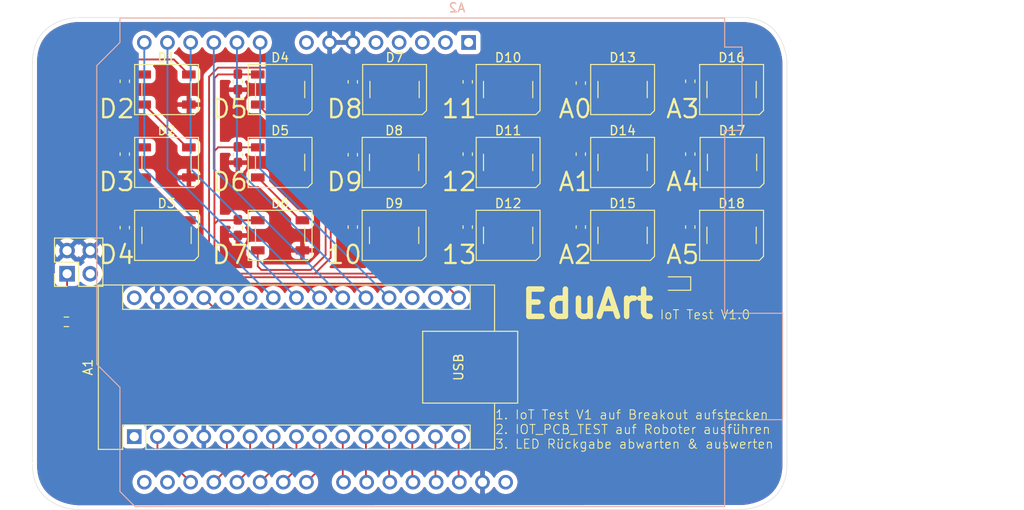
<source format=kicad_pcb>
(kicad_pcb (version 20241229) (generator "pcbnew") (generator_version "9.0")
  (layers (0 "F.Cu" signal) (2 "B.Cu" signal) (13 "F.Paste" user) (15 "B.Paste" user) (5 "F.SilkS" user "F.Silkscreen") (7 "B.SilkS" user "B.Silkscreen") (1 "F.Mask" user) (3 "B.Mask" user) (25 "Edge.Cuts" user))
  (net 0 "")
  (net 1 "GND")
  (net 2 "Net-(A1-D2)")
  (net 3 "Net-(A1-SCK)")
  (net 4 "Net-(A1-D5)")
  (net 5 "Net-(A1-D4)")
  (net 6 "Net-(A1-A0)")
  (net 12 "+5V")
  (net 14 "Net-(A1-D6)")
  (net 15 "Net-(A1-A3)")
  (net 16 "Net-(A1-D10)")
  (net 17 "Net-(A1-A1)")
  (net 18 "Net-(A1-SCL{slash}A5)")
  (net 19 "Net-(A1-D3)")
  (net 20 "Net-(A1-D7)")
  (net 21 "Net-(A1-MOSI)")
  (net 22 "Net-(A1-A2)")
  (net 23 "Net-(A1-RX1)")
  (net 24 "Net-(A1-MISO)")
  (net 25 "Net-(A1-D8)")
  (net 28 "Net-(A1-D9)")
  (net 29 "Net-(A1-SDA{slash}A4)")
  (net 39 "Net-(D1-DOUT)")
  (net 40 "Net-(D2-DOUT)")
  (net 41 "Net-(D3-DOUT)")
  (net 42 "Net-(D4-DOUT)")
  (net 43 "Net-(D5-DOUT)")
  (net 44 "Net-(D6-DOUT)")
  (net 45 "Net-(D7-DOUT)")
  (net 46 "Net-(D8-DOUT)")
  (net 47 "Net-(D10-DIN)")
  (net 48 "Net-(D10-DOUT)")
  (net 49 "Net-(D11-DOUT)")
  (net 50 "Net-(D12-DOUT)")
  (net 51 "Net-(D13-DOUT)")
  (net 52 "Net-(D14-DOUT)")
  (net 53 "Net-(D15-DOUT)")
  (net 54 "Net-(D16-DOUT)")
  (net 55 "Net-(D17-DOUT)")
  (net 57 "Net-(D19-K)")
  (net 58 "Net-(D19-A)")
  (footprint "Capacitor_SMD:C_0603_1608Metric_Pad1.08x0.95mm_HandSolder" (layer "F.Cu") (at 91 52.0625 -90)
    (property "Reference" "C10" (hide yes))
    (property "Value" "C")
  )
  (footprint "LED_SMD:LED_WS2812B_PLCC4_5.0x5.0mm_P3.2mm" (layer "F.Cu") (at 119.928749 52.9075)
    (property "Reference" "D16")
    (property "Value" "WS2812B" (hide yes))
  )
  (footprint "LED_SMD:LED_WS2812B_PLCC4_5.0x5.0mm_P3.2mm" (layer "F.Cu") (at 119.928749 68.9075)
    (property "Reference" "D18")
    (property "Value" "WS2812B" (hide yes))
  )
  (footprint "LED_SMD:LED_WS2812B_PLCC4_5.0x5.0mm_P3.2mm" (layer "F.Cu") (at 70.428749 52.9075)
    (property "Reference" "D4")
    (property "Value" "WS2812B" (hide yes))
  )
  (footprint "LED_SMD:LED_WS2812B_PLCC4_5.0x5.0mm_P3.2mm" (layer "F.Cu") (at 82.928749 60.9075)
    (property "Reference" "D8")
    (property "Value" "WS2812B" (hide yes))
  )
  (footprint "Capacitor_SMD:C_0603_1608Metric_Pad1.08x0.95mm_HandSolder" (layer "F.Cu") (at 91 60 -90)
    (property "Reference" "C11" (hide yes))
    (property "Value" "C")
  )
  (footprint "LED_SMD:LED_WS2812B_PLCC4_5.0x5.0mm_P3.2mm" (layer "F.Cu") (at 82.978749 52.9075)
    (property "Reference" "D7")
    (property "Value" "WS2812B" (hide yes))
  )
  (footprint "Capacitor_SMD:C_0603_1608Metric_Pad1.08x0.95mm_HandSolder" (layer "F.Cu") (at 103.4 68 -90)
    (property "Reference" "C15" (hide yes))
    (property "Value" "C")
  )
  (footprint "Capacitor_SMD:C_0603_1608Metric_Pad1.08x0.95mm_HandSolder" (layer "F.Cu") (at 115.4 52 -90)
    (property "Reference" "C16" (hide yes))
    (property "Value" "C")
  )
  (footprint "Capacitor_SMD:C_0603_1608Metric_Pad1.08x0.95mm_HandSolder" (layer "F.Cu") (at 53.4 52 -90)
    (property "Reference" "C1" (hide yes))
    (property "Value" "C")
  )
  (footprint "Capacitor_SMD:C_0603_1608Metric_Pad1.08x0.95mm_HandSolder" (layer "F.Cu") (at 65.8 60.0625 -90)
    (property "Reference" "C5" (hide yes))
    (property "Value" "C")
  )
  (footprint "LED_SMD:LED_WS2812B_PLCC4_5.0x5.0mm_P3.2mm" (layer "F.Cu") (at 119.978749 60.9075)
    (property "Reference" "D17")
    (property "Value" "WS2812B" (hide yes))
  )
  (footprint "LED_SMD:LED_WS2812B_PLCC4_5.0x5.0mm_P3.2mm" (layer "F.Cu") (at 95.428749 68.9075)
    (property "Reference" "D12")
    (property "Value" "WS2812B" (hide yes))
  )
  (footprint "LED_SMD:LED_WS2812B_PLCC4_5.0x5.0mm_P3.2mm" (layer "F.Cu") (at 107.978749 52.9075)
    (property "Reference" "D13")
    (property "Value" "WS2812B" (hide yes))
  )
  (footprint "Connector_PinHeader_2.54mm:PinHeader_2x02_P2.54mm_Vertical" (layer "F.Cu") (at 47.075 73.125 90)
    (property "Reference" "J1" (hide yes))
    (property "Value" "Conn_02x02_Odd_Even")
  )
  (footprint "LED_SMD:LED_WS2812B_PLCC4_5.0x5.0mm_P3.2mm" (layer "F.Cu") (at 57.978749 52.9075)
    (property "Reference" "D1")
    (property "Value" "WS2812B" (hide yes))
  )
  (footprint "LED_SMD:LED_WS2812B_PLCC4_5.0x5.0mm_P3.2mm" (layer "F.Cu") (at 95.428749 60.9075)
    (property "Reference" "D11")
    (property "Value" "WS2812B" (hide yes))
  )
  (footprint "Capacitor_SMD:C_0603_1608Metric_Pad1.08x0.95mm_HandSolder" (layer "F.Cu") (at 53.4 68.0625 -90)
    (property "Reference" "C3" (hide yes))
    (property "Value" "C")
  )
  (footprint "Capacitor_SMD:C_0603_1608Metric_Pad1.08x0.95mm_HandSolder" (layer "F.Cu") (at 103.4 60 -90)
    (property "Reference" "C14" (hide yes))
    (property "Value" "C")
  )
  (footprint "Capacitor_SMD:C_0603_1608Metric_Pad1.08x0.95mm_HandSolder" (layer "F.Cu") (at 78.4 52.0625 -90)
    (property "Reference" "C7" (hide yes))
    (property "Value" "C")
  )
  (footprint "Resistor_SMD:R_0603_1608Metric_Pad0.98x0.95mm_HandSolder" (layer "F.Cu") (at 47 78.4)
    (property "Reference" "R1" (hide yes))
    (property "Value" "R" (hide yes))
  )
  (footprint "Capacitor_SMD:C_0603_1608Metric_Pad1.08x0.95mm_HandSolder" (layer "F.Cu") (at 115.4 60 -90)
    (property "Reference" "C17" (hide yes))
    (property "Value" "C")
  )
  (footprint "LED_SMD:LED_WS2812B_PLCC4_5.0x5.0mm_P3.2mm" (layer "F.Cu") (at 107.978749 60.9075)
    (property "Reference" "D14")
    (property "Value" "WS2812B" (hide yes))
  )
  (footprint "LED_SMD:LED_0603_1608Metric_Pad1.05x0.95mm_HandSolder" (layer "F.Cu") (at 113.785 74.2 180)
    (property "Reference" "D19" (hide yes))
    (property "Value" "LED" (hide yes))
  )
  (footprint "LED_SMD:LED_WS2812B_PLCC4_5.0x5.0mm_P3.2mm" (layer "F.Cu") (at 95.428749 52.9075)
    (property "Reference" "D10")
    (property "Value" "WS2812B" (hide yes))
  )
  (footprint "LED_SMD:LED_WS2812B_PLCC4_5.0x5.0mm_P3.2mm" (layer "F.Cu") (at 57.978749 60.9075)
    (property "Reference" "D2")
    (property "Value" "WS2812B" (hide yes))
  )
  (footprint "LED_SMD:LED_WS2812B_PLCC4_5.0x5.0mm_P3.2mm" (layer "F.Cu") (at 82.928749 68.9075)
    (property "Reference" "D9")
    (property "Value" "WS2812B" (hide yes))
  )
  (footprint "Capacitor_SMD:C_0603_1608Metric_Pad1.08x0.95mm_HandSolder" (layer "F.Cu") (at 91 68 -90)
    (property "Reference" "C12" (hide yes))
    (property "Value" "C")
  )
  (footprint "Capacitor_SMD:C_0603_1608Metric_Pad1.08x0.95mm_HandSolder" (layer "F.Cu") (at 103.4 52.2 -90)
    (property "Reference" "C13" (hide yes))
    (property "Value" "C")
  )
  (footprint "LED_SMD:LED_WS2812B_PLCC4_5.0x5.0mm_P3.2mm" (layer "F.Cu") (at 70.428749 68.9075)
    (property "Reference" "D6")
    (property "Value" "WS2812B" (hide yes))
  )
  (footprint "Module:Arduino_Nano" (layer "F.Cu") (at 54.44 91 90)
    (property "Reference" "A1")
    (property "Value" "Arduino_Nano_Every")
  )
  (footprint "Capacitor_SMD:C_0603_1608Metric_Pad1.08x0.95mm_HandSolder" (layer "F.Cu") (at 78.4 68 -90)
    (property "Reference" "C9" (hide yes))
    (property "Value" "C")
  )
  (footprint "Capacitor_SMD:C_0603_1608Metric_Pad1.08x0.95mm_HandSolder" (layer "F.Cu") (at 65.8 52.0625 -90)
    (property "Reference" "C4" (hide yes))
    (property "Value" "C" (hide yes))
  )
  (footprint "LED_SMD:LED_WS2812B_PLCC4_5.0x5.0mm_P3.2mm" (layer "F.Cu") (at 107.978749 68.9075)
    (property "Reference" "D15")
    (property "Value" "WS2812B" (hide yes))
  )
  (footprint "LED_SMD:LED_WS2812B_PLCC4_5.0x5.0mm_P3.2mm" (layer "F.Cu") (at 57.978749 68.9075)
    (property "Reference" "D3")
    (property "Value" "WS2812B" (hide yes))
  )
  (footprint "LED_SMD:LED_WS2812B_PLCC4_5.0x5.0mm_P3.2mm" (layer "F.Cu") (at 70.428749 60.9075)
    (property "Reference" "D5")
    (property "Value" "WS2812B" (hide yes))
  )
  (footprint "Capacitor_SMD:C_0603_1608Metric_Pad1.08x0.95mm_HandSolder" (layer "F.Cu") (at 115.4 68 -90)
    (property "Reference" "C18" (hide yes))
    (property "Value" "C")
  )
  (footprint "Capacitor_SMD:C_0603_1608Metric_Pad1.08x0.95mm_HandSolder" (layer "F.Cu") (at 65.8 68.0625 -90)
    (property "Reference" "C6" (hide yes))
    (property "Value" "C")
  )
  (footprint "Capacitor_SMD:C_0603_1608Metric_Pad1.08x0.95mm_HandSolder" (layer "F.Cu") (at 53.4 60 -90)
    (property "Reference" "C2" (hide yes))
    (property "Value" "C")
  )
  (footprint "Capacitor_SMD:C_0603_1608Metric_Pad1.08x0.95mm_HandSolder" (layer "F.Cu") (at 78.4 60.0625 -90)
    (property "Reference" "C8" (hide yes))
    (property "Value" "C")
  )
  (footprint "Module:Arduino_UNO_R2" (layer "B.Cu") (at 91.1 47.74 180)
    (property "Reference" "A2")
    (property "Value" "Arduino_UNO_R2")
  )
  (gr_curve (pts (xy 43.28 94.023149) (xy 43.28 99.023149) (xy 48.28 99.023149) (xy 48.28 99.023149)) (stroke (width 0.05)) (layer "Edge.Cuts"))
  (gr_curve (pts (xy 43.28 50) (xy 43.28 45) (xy 48.28 44.989079) (xy 48.28 45)) (stroke (width 0.05)) (layer "Edge.Cuts"))
  (gr_line (start 43.28 93.855) (end 43.28 49.855) (stroke (width 0.05)) (layer "Edge.Cuts"))
  (gr_curve (pts (xy 121 45) (xy 126 45) (xy 126 50) (xy 126 50)) (stroke (width 0.05)) (layer "Edge.Cuts"))
  (gr_curve (pts (xy 126 94) (xy 126 99) (xy 121 99) (xy 121 99)) (stroke (width 0.05)) (layer "Edge.Cuts"))
  (gr_line (start 48.28 45) (end 121 45) (stroke (width 0.05)) (layer "Edge.Cuts"))
  (gr_line (start 126 50) (end 126 94) (stroke (width 0.05)) (layer "Edge.Cuts"))
  (gr_line (start 121 99) (end 48.28 99.023149) (stroke (width 0.05)) (layer "Edge.Cuts"))
  (gr_text "D2" (at 50.4 56.2 0) (layer "F.SilkS") (effects (font (size 2 2) (thickness 0.25)) (justify left bottom)))
  (gr_text "11" (at 88 56.2 0) (layer "F.SilkS") (effects (font (size 2 2) (thickness 0.25)) (justify left bottom)))
  (gr_text "1. IoT Test V1 auf Breakout aufstecken\n2. IOT_PCB_TEST auf Roboter ausführen\n3. LED Rückgabe abwarten & auswerten" (at 93.94 92.4 0) (layer "F.SilkS") (effects (font (size 1 1) (thickness 0.1)) (justify left bottom)))
  (gr_text "A4" (at 112.6 64.2 0) (layer "F.SilkS") (effects (font (size 2 2) (thickness 0.25)) (justify left bottom)))
  (gr_text "10" (at 75.4 72.2 0) (layer "F.SilkS") (effects (font (size 2 2) (thickness 0.25)) (justify left bottom)))
  (gr_text "A3" (at 112.6 56.2 0) (layer "F.SilkS") (effects (font (size 2 2) (thickness 0.25)) (justify left bottom)))
  (gr_text "12" (at 88 64.2 0) (layer "F.SilkS") (effects (font (size 2 2) (thickness 0.25)) (justify left bottom)))
  (gr_text "D6" (at 62.8 64.2 0) (layer "F.SilkS") (effects (font (size 2 2) (thickness 0.25)) (justify left bottom)))
  (gr_text "D9" (at 75.4 64.2 0) (layer "F.SilkS") (effects (font (size 2 2) (thickness 0.25)) (justify left bottom)))
  (gr_text "D5" (at 62.8 56.2 0) (layer "F.SilkS") (effects (font (size 2 2) (thickness 0.25)) (justify left bottom)))
  (gr_text "IoT Test V1.0" (at 112 78.2 0) (layer "F.SilkS") (effects (font (size 1 1) (thickness 0.1)) (justify left bottom)))
  (gr_text "13" (at 88 72.2 0) (layer "F.SilkS") (effects (font (size 2 2) (thickness 0.25)) (justify left bottom)))
  (gr_text "D4" (at 50.4 72.2 0) (layer "F.SilkS") (effects (font (size 2 2) (thickness 0.25)) (justify left bottom)))
  (gr_text "D7" (at 62.8 72.2 0) (layer "F.SilkS") (effects (font (size 2 2) (thickness 0.25)) (justify left bottom)))
  (gr_text "A1" (at 100.8 64.2 0) (layer "F.SilkS") (effects (font (size 2 2) (thickness 0.25)) (justify left bottom)))
  (gr_text "EduArt" (at 96.6 78.2 0) (layer "F.SilkS") (effects (font (size 3 3) (thickness 0.6) (bold yes)) (justify left bottom)))
  (gr_text "A5" (at 112.6 72.2 0) (layer "F.SilkS") (effects (font (size 2 2) (thickness 0.25)) (justify left bottom)))
  (gr_text "A2" (at 100.8 72.2 0) (layer "F.SilkS") (effects (font (size 2 2) (thickness 0.25)) (justify left bottom)))
  (gr_text "D3" (at 50.4 64.2 0) (layer "F.SilkS") (effects (font (size 2 2) (thickness 0.25)) (justify left bottom)))
  (gr_text "D8" (at 75.4 56.2 0) (layer "F.SilkS") (effects (font (size 2 2) (thickness 0.25)) (justify left bottom)))
  (gr_text "A0" (at 100.8 56.2 0) (layer "F.SilkS") (effects (font (size 2 2) (thickness 0.25)) (justify left bottom)))
  (segment (start 64.6 91) (end 64.6 94.56) (width 0.2) (layer "F.Cu") (net 2))
  (segment (start 64.6 94.56) (end 63.16 96) (width 0.2) (layer "F.Cu") (net 2))
  (segment (start 55.546549 73.5085) (end 51.577749 69.5397) (width 0.2) (layer "F.Cu") (net 3))
  (segment (start 87.7475 73.5075) (end 90 75.76) (width 0.2) (layer "F.Cu") (net 3))
  (segment (start 53.711649 49.6075) (end 58.778749 49.6075) (width 0.2) (layer "F.Cu") (net 3))
  (segment (start 85.567749 73.5085) (end 55.546549 73.5085) (width 0.2) (layer "F.Cu") (net 3))
  (segment (start 85.568749 73.5075) (end 85.567749 73.5085) (width 0.2) (layer "F.Cu") (net 3))
  (segment (start 85.568749 73.5075) (end 87.7475 73.5075) (width 0.2) (layer "F.Cu") (net 3))
  (segment (start 51.577749 69.5397) (end 51.577749 51.7414) (width 0.2) (layer "F.Cu") (net 3))
  (segment (start 58.778749 49.6075) (end 60.428749 51.2575) (width 0.2) (layer "F.Cu") (net 3))
  (segment (start 51.577749 51.7414) (end 53.711649 49.6075) (width 0.2) (layer "F.Cu") (net 3))
  (segment (start 72.22 91) (end 72.22 94.56) (width 0.2) (layer "F.Cu") (net 4))
  (segment (start 72.22 94.56) (end 70.78 96) (width 0.2) (layer "F.Cu") (net 4))
  (segment (start 69.68 91) (end 69.68 94.56) (width 0.2) (layer "F.Cu") (net 5))
  (segment (start 69.68 94.56) (end 68.24 96) (width 0.2) (layer "F.Cu") (net 5))
  (segment (start 68.24 47.74) (end 68.24 61.62) (width 0.2) (layer "B.Cu") (net 6))
  (segment (start 68.24 61.62) (end 82.38 75.76) (width 0.2) (layer "B.Cu") (net 6))
  (segment (start 115.4 67.1925) (end 117.413749 67.1925) (width 0.2) (layer "F.Cu") (net 12))
  (segment (start 54.77125 59.25) (end 54.77875 59.2575) (width 0.2) (layer "F.Cu") (net 12))
  (segment (start 113.2 67.8) (end 113.2 59.6) (width 0.2) (layer "F.Cu") (net 12))
  (segment (start 80.528749 51.2575) (end 79.53875 51.2575) (width 0.2) (layer "F.Cu") (net 12))
  (segment (start 101.35 51.25) (end 103.25 51.25) (width 0.2) (layer "F.Cu") (net 12))
  (segment (start 86.578749 73.1075) (end 86.728749 73.1075) (width 0.2) (layer "F.Cu") (net 12))
  (segment (start 99.2 73.1075) (end 99.2925 73.1075) (width 0.2) (layer "F.Cu") (net 12))
  (segment (start 63.228749 59.6575) (end 63.228749 67.6575) (width 0.2) (layer "F.Cu") (net 12))
  (segment (start 63.9 77.6) (end 95.086249 77.6) (width 0.2) (layer "F.Cu") (net 12))
  (segment (start 105.521249 51.25) (end 105.528749 51.2575) (width 0.2) (layer "F.Cu") (net 12))
  (segment (start 65.728749 67.25) (end 63.636249 67.25) (width 0.2) (layer "F.Cu") (net 12))
  (segment (start 78.228749 51.25) (end 79.53125 51.25) (width 0.2) (layer "F.Cu") (net 12))
  (segment (start 88.478749 51.6575) (end 88.478749 59.6575) (width 0.2) (layer "F.Cu") (net 12))
  (segment (start 54.77125 51.25) (end 54.77875 51.2575) (width 0.2) (layer "F.Cu") (net 12))
  (segment (start 65.728749 59.25) (end 67.22125 59.25) (width 0.2) (layer "F.Cu") (net 12))
  (segment (start 65.728749 51.25) (end 67.22125 51.25) (width 0.2) (layer "F.Cu") (net 12))
  (segment (start 117.496249 59.225) (end 117.528749 59.2575) (width 0.2) (layer "F.Cu") (net 12))
  (segment (start 53.228749 51.25) (end 54.77125 51.25) (width 0.2) (layer "F.Cu") (net 12))
  (segment (start 103.4 67.1925) (end 105.463749 67.1925) (width 0.2) (layer "F.Cu") (net 12))
  (segment (start 53.228749 67.25) (end 52.636249 67.25) (width 0.2) (layer "F.Cu") (net 12))
  (segment (start 115.4 51.225) (end 115.775 51.225) (width 0.2) (layer "F.Cu") (net 12))
  (segment (start 67.978749 51.2575) (end 67.22875 51.2575) (width 0.2) (layer "F.Cu") (net 12))
  (segment (start 67.978749 59.2575) (end 67.22875 59.2575) (width 0.2) (layer "F.Cu") (net 12))
  (segment (start 75.978749 51.6575) (end 75.978749 59.6575) (width 0.2) (layer "F.Cu") (net 12))
  (segment (start 51.978749 51.9075) (end 52.636249 51.25) (width 0.2) (layer "F.Cu") (net 12))
  (segment (start 76.386249 59.25) (end 75.978749 59.6575) (width 0.2) (layer "F.Cu") (net 12))
  (segment (start 113.825 51.225) (end 115.4 51.225) (width 0.2) (layer "F.Cu") (net 12))
  (segment (start 92.01375 51.25) (end 90.821249 51.25) (width 0.2) (layer "F.Cu") (net 12))
  (segment (start 88.886249 59.25) (end 88.478749 59.6575) (width 0.2) (layer "F.Cu") (net 12))
  (segment (start 99.578749 73.1075) (end 112.2 73.1075) (width 0.2) (layer "F.Cu") (net 12))
  (segment (start 63.228749 51.6575) (end 63.228749 59.6575) (width 0.2) (layer "F.Cu") (net 12))
  (segment (start 103.4 67.1925) (end 101.2075 67.1925) (width 0.2) (layer "F.Cu") (net 12))
  (segment (start 75.978749 59.6575) (end 75.978749 67.6575) (width 0.2) (layer "F.Cu") (net 12))
  (segment (start 113.8075 67.1925) (end 113.2 67.8) (width 0.2) (layer "F.Cu") (net 12))
  (segment (start 92.22125 67.25) (end 90.728749 67.25) (width 0.2) (layer "F.Cu") (net 12))
  (segment (start 62.06 75.76) (end 63.9 77.6) (width 0.2) (layer "F.Cu") (net 12))
  (segment (start 88.478749 67.6575) (end 88.478749 71.3575) (width 0.2) (layer "F.Cu") (net 12))
  (segment (start 92.978749 51.2575) (end 92.02125 51.2575) (width 0.2) (layer "F.Cu") (net 12))
  (segment (start 115.775 51.225) (end 115.8075 51.2575) (width 0.2) (layer "F.Cu") (net 12))
  (segment (start 67.978749 67.2575) (end 67.07125 67.2575) (width 0.2) (layer "F.Cu") (net 12))
  (segment (start 91.84125 59.2575) (end 91.83375 59.25) (width 0.2) (layer "F.Cu") (net 12))
  (segment (start 79.53125 51.25) (end 79.53875 51.2575) (width 0.2) (layer "F.Cu") (net 12))
  (segment (start 65.728749 67.25) (end 67.06375 67.25) (width 0.2) (layer "F.Cu") (net 12))
  (segment (start 79.36125 59.25) (end 79.36875 59.2575) (width 0.2) (layer "F.Cu") (net 12))
  (segment (start 115.4 59.225) (end 113.575 59.225) (width 0.2) (layer "F.Cu") (net 12))
  (segment (start 103.25 51.25) (end 105.521249 51.25) (width 0.2) (layer "F.Cu") (net 12))
  (segment (start 63.636249 67.25) (end 63.228749 67.6575) (width 0.2) (layer "F.Cu") (net 12))
  (segment (start 100.8 59.6) (end 100.8 51.8) (width 0.2) (layer "F.Cu") (net 12))
  (segment (start 52.636249 67.25) (end 51.978749 67.9075) (width 0.2) (layer "F.Cu") (net 12))
  (segment (start 112.2 73.1075) (end 113.2 72.1075) (width 0.2) (layer "F.Cu") (net 12))
  (segment (start 54.77125 67.25) (end 54.77875 67.2575) (width 0.2) (layer "F.Cu") (net 12))
  (segment (start 113.2 59.6) (end 113.2 51.8) (width 0.2) (layer "F.Cu") (net 12))
  (segment (start 75.978749 67.6575) (end 75.978749 71.3575) (width 0.2) (layer "F.Cu") (net 12))
  (segment (start 88.886249 67.25) (end 88.478749 67.6575) (width 0.2) (layer "F.Cu") (net 12))
  (segment (start 65.728749 59.25) (end 63.636249 59.25) (width 0.2) (layer "F.Cu") (net 12))
  (segment (start 113.2 72.1075) (end 113.2 67.8) (width 0.2) (layer "F.Cu") (net 12))
  (segment (start 78.228749 59.25) (end 79.36125 59.25) (width 0.2) (layer "F.Cu") (net 12))
  (segment (start 67.06375 67.25) (end 67.07125 67.2575) (width 0.2) (layer "F.Cu") (net 12))
  (segment (start 99.2925 73.1075) (end 100.8 71.6) (width 0.2) (layer "F.Cu") (net 12))
  (segment (start 63.228749 67.6575) (end 63.228749 71.6075) (width 0.2) (layer "F.Cu") (net 12))
  (segment (start 52.636249 59.25) (end 51.978749 59.9075) (width 0.2) (layer "F.Cu") (net 12))
  (segment (start 92.22875 67.2575) (end 92.22125 67.25) (width 0.2) (layer "F.Cu") (net 12))
  (segment (start 53.228749 59.25) (end 52.636249 59.25) (width 0.2) (layer "F.Cu") (net 12))
  (segment (start 88.478749 71.3575) (end 86.728749 73.1075) (width 0.2) (layer "F.Cu") (net 12))
  (segment (start 55.528749 67.2575) (end 54.77875 67.2575) (width 0.2) (layer "F.Cu") (net 12))
  (segment (start 86.728749 73.1075) (end 99.2 73.1075) (width 0.2) (layer "F.Cu") (net 12))
  (segment (start 80.478749 67.2575) (end 79.59875 67.2575) (width 0.2) (layer "F.Cu") (net 12))
  (segment (start 105.463749 67.1925) (end 105.528749 67.2575) (width 0.2) (layer "F.Cu") (net 12))
  (segment (start 78.228749 67.25) (end 79.59125 67.25) (width 0.2) (layer "F.Cu") (net 12))
  (segment (start 100.8 71.6) (end 100.8 67.6) (width 0.2) (layer "F.Cu") (net 12))
  (segment (start 103.25 59.25) (end 104.77125 59.25) (width 0.2) (layer "F.Cu") (net 12))
  (segment (start 115.4 67.1925) (end 113.8075 67.1925) (width 0.2) (layer "F.Cu") (net 12))
  (segment (start 91.83375 59.25) (end 90.728749 59.25) (width 0.2) (layer "F.Cu") (net 12))
  (segment (start 90.728749 67.25) (end 88.886249 67.25) (width 0.2) (layer "F.Cu") (net 12))
  (segment (start 88.478749 59.6575) (end 88.478749 67.6575) (width 0.2) (layer "F.Cu") (net 12))
  (segment (start 113.575 59.225) (end 113.2 59.6) (width 0.2) (layer "F.Cu") (net 12))
  (segment (start 113.2 51.8) (end 113.8 51.2) (width 0.2) (layer "F.Cu") (net 12))
  (segment (start 63.636249 51.25) (end 63.228749 51.6575) (width 0.2) (layer "F.Cu") (net 12))
  (segment (start 100.8 51.8) (end 101.35 51.25) (width 0.2) (layer "F.Cu") (net 12))
  (segment (start 55.712649 73.1075) (end 51.978749 69.3736) (width 0.2) (layer "F.Cu") (net 12))
  (segment (start 67.22125 59.25) (end 67.22875 59.2575) (width 0.2) (layer "F.Cu") (net 12))
  (segment (start 103.25 59.25) (end 101.15 59.25) (width 0.2) (layer "F.Cu") (net 12))
  (segment (start 92.978749 67.2575) (end 92.22875 67.2575) (width 0.2) (layer "F.Cu") (net 12))
  (segment (start 117.413749 67.1925) (end 117.478749 67.2575) (width 0.2) (layer "F.Cu") (net 12))
  (segment (start 92.978749 59.2575) (end 91.84125 59.2575) (width 0.2) (layer "F.Cu") (net 12))
  (segment (start 80.478749 59.2575) (end 79.36875 59.2575) (width 0.2) (layer "F.Cu") (net 12))
  (segment (start 115.8075 51.2575) (end 117.478749 51.2575) (width 0.2) (layer "F.Cu") (net 12))
  (segment (start 51.978749 59.9075) (end 51.978749 51.9075) (width 0.2) (layer "F.Cu") (net 12))
  (segment (start 55.528749 51.2575) (end 54.77875 51.2575) (width 0.2) (layer "F.Cu") (net 12))
  (segment (start 52.636249 51.25) (end 53.228749 51.25) (width 0.2) (layer "F.Cu") (net 12))
  (segment (start 76.386249 67.25) (end 75.978749 67.6575) (width 0.2) (layer "F.Cu") (net 12))
  (segment (start 63.228749 71.6075) (end 61.728749 73.1075) (width 0.2) (layer "F.Cu") (net 12))
  (segment (start 67.22125 51.25) (end 67.22875 51.2575) (width 0.2) (layer "F.Cu") (net 12))
  (segment (start 55.528749 59.2575) (end 54.77875 59.2575) (width 0.2) (layer "F.Cu") (net 12))
  (segment (start 90.728749 59.25) (end 88.886249 59.25) (width 0.2) (layer "F.Cu") (net 12))
  (segment (start 88.886249 51.25) (end 88.478749 51.6575) (width 0.2) (layer "F.Cu") (net 12))
  (segment (start 78.228749 67.25) (end 76.386249 67.25) (width 0.2) (layer "F.Cu") (net 12))
  (segment (start 51.978749 67.9075) (end 51.978749 59.9075) (width 0.2) (layer "F.Cu") (net 12))
  (segment (start 115.4 59.225) (end 117.496249 59.225) (width 0.2) (layer "F.Cu") (net 12))
  (segment (start 63.636249 59.25) (end 63.228749 59.6575) (width 0.2) (layer "F.Cu") (net 12))
  (segment (start 101.2075 67.1925) (end 100.8 67.6) (width 0.2) (layer "F.Cu") (net 12))
  (segment (start 78.228749 51.25) (end 76.386249 51.25) (width 0.2) (layer "F.Cu") (net 12))
  (segment (start 95.086249 77.6) (end 99.578749 73.1075) (width 0.2) (layer "F.Cu") (net 12))
  (segment (start 79.59125 67.25) (end 79.59875 67.2575) (width 0.2) (layer "F.Cu") (net 12))
  (segment (start 90.821249 51.25) (end 88.886249 51.25) (width 0.2) (layer "F.Cu") (net 12))
  (segment (start 105.528749 59.2575) (end 104.77875 59.2575) (width 0.2) (layer "F.Cu") (net 12))
  (segment (start 53.228749 67.25) (end 54.77125 67.25) (width 0.2) (layer "F.Cu") (net 12))
  (segment (start 61.728749 73.1075) (end 55.712649 73.1075) (width 0.2) (layer "F.Cu") (net 12))
  (segment (start 100.8 67.6) (end 100.8 59.6) (width 0.2) (layer "F.Cu") (net 12))
  (segment (start 61.728749 73.1075) (end 73.978749 73.1075) (width 0.2) (layer "F.Cu") (net 12))
  (segment (start 92.02125 51.2575) (end 92.01375 51.25) (width 0.2) (layer "F.Cu") (net 12))
  (segment (start 65.728749 51.25) (end 63.636249 51.25) (width 0.2) (layer "F.Cu") (net 12))
  (segment (start 101.15 59.25) (end 100.8 59.6) (width 0.2) (layer "F.Cu") (net 12))
  (segment (start 51.978749 69.3736) (end 51.978749 67.9075) (width 0.2) (layer "F.Cu") (net 12))
  (segment (start 75.978749 71.3575) (end 74.228749 73.1075) (width 0.2) (layer "F.Cu") (net 12))
  (segment (start 104.77125 59.25) (end 104.77875 59.2575) (width 0.2) (layer "F.Cu") (net 12))
  (segment (start 113.8 51.2) (end 113.825 51.225) (width 0.2) (layer "F.Cu") (net 12))
  (segment (start 99.2 73.1075) (end 99.578749 73.1075) (width 0.2) (layer "F.Cu") (net 12))
  (segment (start 53.228749 59.25) (end 54.77125 59.25) (width 0.2) (layer "F.Cu") (net 12))
  (segment (start 73.978749 73.1075) (end 74.228749 73.1075) (width 0.2) (layer "F.Cu") (net 12))
  (segment (start 78.228749 59.25) (end 76.386249 59.25) (width 0.2) (layer "F.Cu") (net 12))
  (segment (start 76.386249 51.25) (end 75.978749 51.6575) (width 0.2) (layer "F.Cu") (net 12))
  (segment (start 74.228749 73.1075) (end 86.578749 73.1075) (width 0.2) (layer "F.Cu") (net 12))
  (segment (start 74.76 94.56) (end 73.32 96) (width 0.2) (layer "F.Cu") (net 14))
  (segment (start 74.76 91) (end 74.76 94.56) (width 0.2) (layer "F.Cu") (net 14))
  (segment (start 60.62 47.74) (end 60.62 61.62) (width 0.2) (layer "B.Cu") (net 15))
  (segment (start 60.62 61.62) (end 74.76 75.76) (width 0.2) (layer "B.Cu") (net 15))
  (segment (start 84.92 91) (end 84.92 95.92) (width 0.2) (layer "F.Cu") (net 16))
  (segment (start 84.92 95.92) (end 85 96) (width 0.2) (layer "F.Cu") (net 16))
  (segment (start 65.7 47.74) (end 65.7 61.62) (width 0.2) (layer "B.Cu") (net 17))
  (segment (start 65.7 61.62) (end 79.84 75.76) (width 0.2) (layer "B.Cu") (net 17))
  (segment (start 55.54 61.62) (end 69.68 75.76) (width 0.2) (layer "B.Cu") (net 18))
  (segment (start 55.54 47.74) (end 55.54 61.62) (width 0.2) (layer "B.Cu") (net 18))
  (segment (start 67.14 94.56) (end 65.7 96) (width 0.2) (layer "F.Cu") (net 19))
  (segment (start 67.14 91) (end 67.14 94.56) (width 0.2) (layer "F.Cu") (net 19))
  (segment (start 77.3 95.92) (end 77.38 96) (width 0.2) (layer "F.Cu") (net 20))
  (segment (start 77.3 91) (end 77.3 95.92) (width 0.2) (layer "F.Cu") (net 20))
  (segment (start 87.46 95.92) (end 87.54 96) (width 0.2) (layer "F.Cu") (net 21))
  (segment (start 87.46 91) (end 87.46 95.92) (width 0.2) (layer "F.Cu") (net 21))
  (segment (start 63.16 61.62) (end 77.3 75.76) (width 0.2) (layer "B.Cu") (net 22))
  (segment (start 63.16 47.74) (end 63.16 61.62) (width 0.2) (layer "B.Cu") (net 22))
  (segment (start 56.98 92.36) (end 60.62 96) (width 0.2) (layer "F.Cu") (net 23))
  (segment (start 56.98 91) (end 56.98 92.36) (width 0.2) (layer "F.Cu") (net 23))
  (segment (start 90 95.92) (end 90.08 96) (width 0.2) (layer "F.Cu") (net 24))
  (segment (start 90 91) (end 90 95.92) (width 0.2) (layer "F.Cu") (net 24))
  (segment (start 79.84 95.92) (end 79.92 96) (width 0.2) (layer "F.Cu") (net 25))
  (segment (start 79.84 91) (end 79.84 95.92) (width 0.2) (layer "F.Cu") (net 25))
  (segment (start 82.38 91) (end 82.38 95.92) (width 0.2) (layer "F.Cu") (net 28))
  (segment (start 82.38 95.92) (end 82.46 96) (width 0.2) (layer "F.Cu") (net 28))
  (segment (start 58.08 61.62) (end 72.22 75.76) (width 0.2) (layer "B.Cu") (net 29))
  (segment (start 58.08 47.74) (end 58.08 61.62) (width 0.2) (layer "B.Cu") (net 29))
  (segment (start 60.228749 59.2575) (end 60.428749 59.2575) (width 0.2) (layer "F.Cu") (net 39))
  (segment (start 55.528749 54.5575) (end 60.228749 59.2575) (width 0.2) (layer "F.Cu") (net 39))
  (segment (start 60.228749 67.2575) (end 60.428749 67.2575) (width 0.2) (layer "F.Cu") (net 40))
  (segment (start 55.528749 62.5575) (end 60.228749 67.2575) (width 0.2) (layer "F.Cu") (net 40))
  (segment (start 63.629749 50.5065) (end 72.127749 50.5065) (width 0.2) (layer "F.Cu") (net 41))
  (segment (start 62.641449 71.3202) (end 62.641449 51.4948) (width 0.2) (layer "F.Cu") (net 41))
  (segment (start 62.641449 51.4948) (end 63.629749 50.5065) (width 0.2) (layer "F.Cu") (net 41))
  (segment (start 72.127749 50.5065) (end 72.878749 51.2575) (width 0.2) (layer "F.Cu") (net 41))
  (segment (start 55.878749 72.7065) (end 61.255149 72.7065) (width 0.2) (layer "F.Cu") (net 41))
  (segment (start 55.528749 72.3565) (end 55.878749 72.7065) (width 0.2) (layer "F.Cu") (net 41))
  (segment (start 61.255149 72.7065) (end 62.641449 71.3202) (width 0.2) (layer "F.Cu") (net 41))
  (segment (start 55.528749 70.5575) (end 55.528749 72.3565) (width 0.2) (layer "F.Cu") (net 41))
  (segment (start 67.978749 54.5575) (end 72.678749 59.2575) (width 0.2) (layer "F.Cu") (net 42))
  (segment (start 72.678749 59.2575) (end 72.878749 59.2575) (width 0.2) (layer "F.Cu") (net 42))
  (segment (start 67.978749 62.5575) (end 72.678749 67.2575) (width 0.2) (layer "F.Cu") (net 43))
  (segment (start 72.678749 67.2575) (end 72.878749 67.2575) (width 0.2) (layer "F.Cu") (net 43))
  (segment (start 67.978749 70.5575) (end 67.978749 72.3065) (width 0.2) (layer "F.Cu") (net 44))
  (segment (start 75.420249 71.0689) (end 75.420249 51.216) (width 0.2) (layer "F.Cu") (net 44))
  (segment (start 73.782649 72.7065) (end 75.420249 71.0689) (width 0.2) (layer "F.Cu") (net 44))
  (segment (start 67.978749 72.3065) (end 68.378749 72.7065) (width 0.2) (layer "F.Cu") (net 44))
  (segment (start 75.420249 51.216) (end 76.129749 50.5065) (width 0.2) (layer "F.Cu") (net 44))
  (segment (start 76.129749 50.5065) (end 84.677749 50.5065) (width 0.2) (layer "F.Cu") (net 44))
  (segment (start 68.378749 72.7065) (end 73.782649 72.7065) (width 0.2) (layer "F.Cu") (net 44))
  (segment (start 84.677749 50.5065) (end 85.428749 51.2575) (width 0.2) (layer "F.Cu") (net 44))
  (segment (start 80.528749 54.5575) (end 85.228749 59.2575) (width 0.2) (layer "F.Cu") (net 45))
  (segment (start 85.228749 59.2575) (end 85.378749 59.2575) (width 0.2) (layer "F.Cu") (net 45))
  (segment (start 80.478749 62.5575) (end 85.178749 67.2575) (width 0.2) (layer "F.Cu") (net 46))
  (segment (start 85.178749 67.2575) (end 85.378749 67.2575) (width 0.2) (layer "F.Cu") (net 46))
  (segment (start 88.629749 50.5065) (end 87.902749 51.2335) (width 0.2) (layer "F.Cu") (net 47))
  (segment (start 87.902749 51.2335) (end 87.902749 71.2089) (width 0.2) (layer "F.Cu") (net 47))
  (segment (start 86.405149 72.7065) (end 80.877749 72.7065) (width 0.2) (layer "F.Cu") (net 47))
  (segment (start 87.902749 71.2089) (end 86.405149 72.7065) (width 0.2) (layer "F.Cu") (net 47))
  (segment (start 80.877749 72.7065) (end 80.478749 72.3075) (width 0.2) (layer "F.Cu") (net 47))
  (segment (start 97.878749 51.2575) (end 97.127749 50.5065) (width 0.2) (layer "F.Cu") (net 47))
  (segment (start 97.127749 50.5065) (end 88.629749 50.5065) (width 0.2) (layer "F.Cu") (net 47))
  (segment (start 80.478749 72.3075) (end 80.478749 70.5575) (width 0.2) (layer "F.Cu") (net 47))
  (segment (start 92.978749 54.5575) (end 97.678749 59.2575) (width 0.2) (layer "F.Cu") (net 48))
  (segment (start 97.678749 59.2575) (end 97.878749 59.2575) (width 0.2) (layer "F.Cu") (net 48))
  (segment (start 92.978749 62.5575) (end 97.678749 67.2575) (width 0.2) (layer "F.Cu") (net 49))
  (segment (start 97.678749 67.2575) (end 97.878749 67.2575) (width 0.2) (layer "F.Cu") (net 49))
  (segment (start 100.25 51.25) (end 101 50.5) (width 0.2) (layer "F.Cu") (net 50))
  (segment (start 98.25 72.7065) (end 98.7935 72.7065) (width 0.2) (layer "F.Cu") (net 50))
  (segment (start 100.25 71.25) (end 100.25 51.25) (width 0.2) (layer "F.Cu") (net 50))
  (segment (start 101.0065 50.5065) (end 109.677749 50.5065) (width 0.2) (layer "F.Cu") (net 50))
  (segment (start 92.978749 70.5575) (end 92.978749 72.3075) (width 0.2) (layer "F.Cu") (net 50))
  (segment (start 109.677749 50.5065) (end 110.428749 51.2575) (width 0.2) (layer "F.Cu") (net 50))
  (segment (start 93.377749 72.7065) (end 98.25 72.7065) (width 0.2) (layer "F.Cu") (net 50))
  (segment (start 98.7935 72.7065) (end 100.25 71.25) (width 0.2) (layer "F.Cu") (net 50))
  (segment (start 101 50.5) (end 101.0065 50.5065) (width 0.2) (layer "F.Cu") (net 50))
  (segment (start 92.978749 72.3075) (end 93.377749 72.7065) (width 0.2) (layer "F.Cu") (net 50))
  (segment (start 110.228749 59.2575) (end 110.428749 59.2575) (width 0.2) (layer "F.Cu") (net 51))
  (segment (start 105.528749 54.5575) (end 110.228749 59.2575) (width 0.2) (layer "F.Cu") (net 51))
  (segment (start 105.528749 62.5575) (end 110.228749 67.2575) (width 0.2) (layer "F.Cu") (net 52))
  (segment (start 110.228749 67.2575) (end 110.428749 67.2575) (width 0.2) (layer "F.Cu") (net 52))
  (segment (start 121.428749 50.3075) (end 122.378749 51.2575) (width 0.2) (layer "F.Cu") (net 53))
  (segment (start 112.6 51.4) (end 113.6925 50.3075) (width 0.2) (layer "F.Cu") (net 53))
  (segment (start 111.782649 72.7036) (end 111.785549 72.7036) (width 0.2) (layer "F.Cu") (net 53))
  (segment (start 105.528749 70.5575) (end 105.528749 72.2575) (width 0.2) (layer "F.Cu") (net 53))
  (segment (start 112.6 71.889149) (end 112.6 51.4) (width 0.2) (layer "F.Cu") (net 53))
  (segment (start 105.528749 72.2575) (end 105.977749 72.7065) (width 0.2) (layer "F.Cu") (net 53))
  (segment (start 111.785549 72.7036) (end 112.6 71.889149) (width 0.2) (layer "F.Cu") (net 53))
  (segment (start 113.6925 50.3075) (end 121.428749 50.3075) (width 0.2) (layer "F.Cu") (net 53))
  (segment (start 111.782649 72.7065) (end 111.782649 72.7036) (width 0.2) (layer "F.Cu") (net 53))
  (segment (start 105.977749 72.7065) (end 111.782649 72.7065) (width 0.2) (layer "F.Cu") (net 53))
  (segment (start 117.478749 54.5575) (end 122.178749 59.2575) (width 0.2) (layer "F.Cu") (net 54))
  (segment (start 122.178749 59.2575) (end 122.428749 59.2575) (width 0.2) (layer "F.Cu") (net 54))
  (segment (start 117.528749 62.5575) (end 122.228749 67.2575) (width 0.2) (layer "F.Cu") (net 55))
  (segment (start 122.228749 67.2575) (end 122.378749 67.2575) (width 0.2) (layer "F.Cu") (net 55))
  (segment (start 114.66 74.2) (end 113.66 75.2) (width 0.2) (layer "F.Cu") (net 57))
  (segment (start 50.202 78.402) (end 50.2 78.4) (width 0.2) (layer "F.Cu") (net 57))
  (segment (start 50.2 78.4) (end 47.9125 78.4) (width 0.2) (layer "F.Cu") (net 57))
  (segment (start 113.66 75.2) (end 98.620449 75.2) (width 0.2) (layer "F.Cu") (net 57))
  (segment (start 95.418449 78.402) (end 95.4 78.402) (width 0.2) (layer "F.Cu") (net 57))
  (segment (start 95.4 78.402) (end 50.202 78.402) (width 0.2) (layer "F.Cu") (net 57))
  (segment (start 98.620449 75.2) (end 95.418449 78.402) (width 0.2) (layer "F.Cu") (net 57))
  (segment (start 95.252349 78.001) (end 99.053349 74.2) (width 0.2) (layer "F.Cu") (net 58))
  (segment (start 99.053349 74.2) (end 112.91 74.2) (width 0.2) (layer "F.Cu") (net 58))
  (segment (start 50.251 78.001) (end 95.252349 78.001) (width 0.2) (layer "F.Cu") (net 58))
  (segment (start 47.075 74.825) (end 50.251 78.001) (width 0.2) (layer "F.Cu") (net 58))
  (segment (start 47.075 73.125) (end 47.075 74.825) (width 0.2) (layer "F.Cu") (net 58))
  (zone (net 1) (net_name "GND") (layers "F.Cu" "B.Cu") (connect_pads (clearance 0.5)) (min_thickness 0.25) (fill yes (thermal_gap 0.5) (thermal_bridge_width 0.5))
    (polygon (pts (xy 43.27 45) (xy 43.27 99) (xy 126 99) (xy 126 45)))
  )
)
</source>
